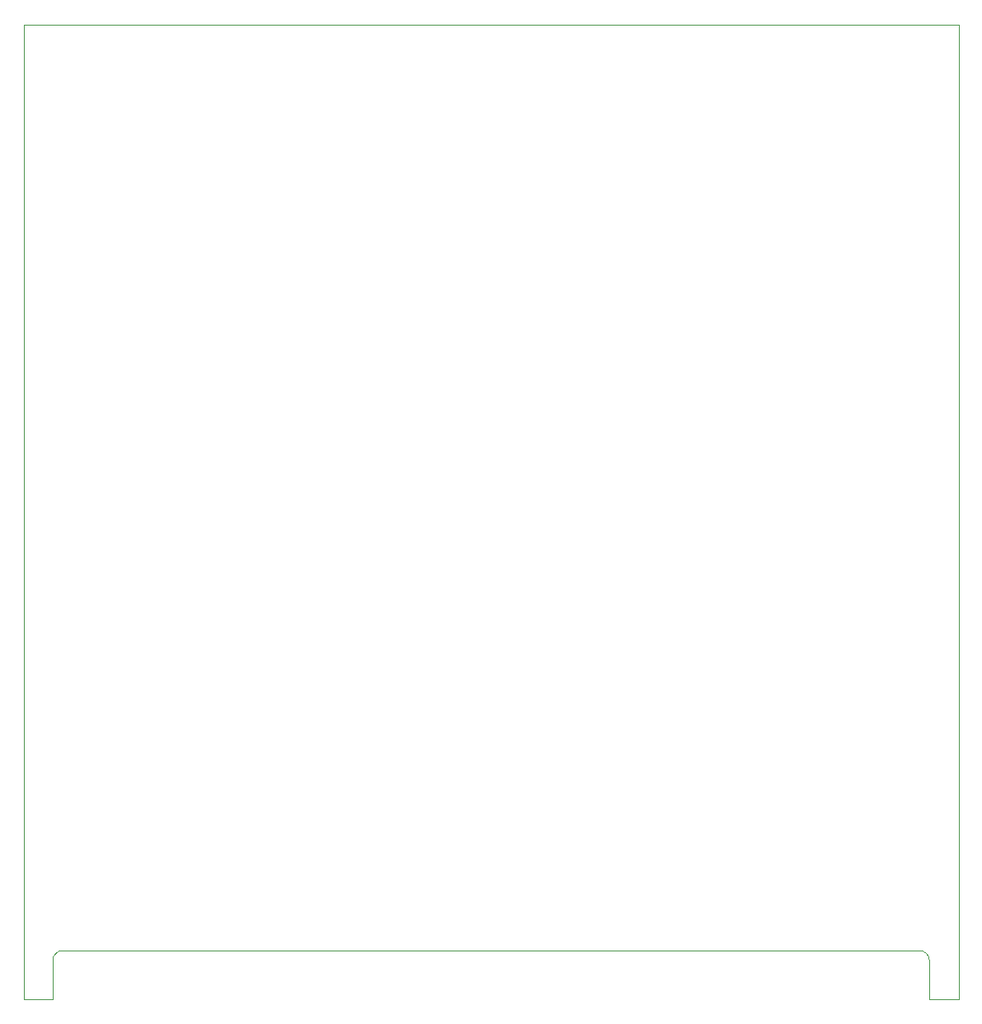
<source format=gm1>
G04 #@! TF.GenerationSoftware,KiCad,Pcbnew,5.1.5+dfsg1-2build2*
G04 #@! TF.CreationDate,2021-03-03T11:45:42+01:00*
G04 #@! TF.ProjectId,OtterCastAmp,4f747465-7243-4617-9374-416d702e6b69,rev?*
G04 #@! TF.SameCoordinates,Original*
G04 #@! TF.FileFunction,Profile,NP*
%FSLAX46Y46*%
G04 Gerber Fmt 4.6, Leading zero omitted, Abs format (unit mm)*
G04 Created by KiCad (PCBNEW 5.1.5+dfsg1-2build2) date 2021-03-03 11:45:42*
%MOMM*%
%LPD*%
G04 APERTURE LIST*
%ADD10C,0.050000*%
G04 APERTURE END LIST*
D10*
X100000000Y-150000000D02*
X103000000Y-150000000D01*
X103000000Y-150000000D02*
X103000000Y-146000000D01*
X103000000Y-146000000D02*
G75*
G02X104000000Y-145000000I1000000J0D01*
G01*
X192000000Y-145000000D02*
X104000000Y-145000000D01*
X192000000Y-145000000D02*
G75*
G02X193000000Y-146000000I0J-1000000D01*
G01*
X193000000Y-150000000D02*
X193000000Y-146000000D01*
X196000000Y-150000000D02*
X193000000Y-150000000D01*
X100000000Y-150000000D02*
X100000000Y-50000000D01*
X196000000Y-50000000D02*
X196000000Y-150000000D01*
X100000000Y-50000000D02*
X196000000Y-50000000D01*
M02*

</source>
